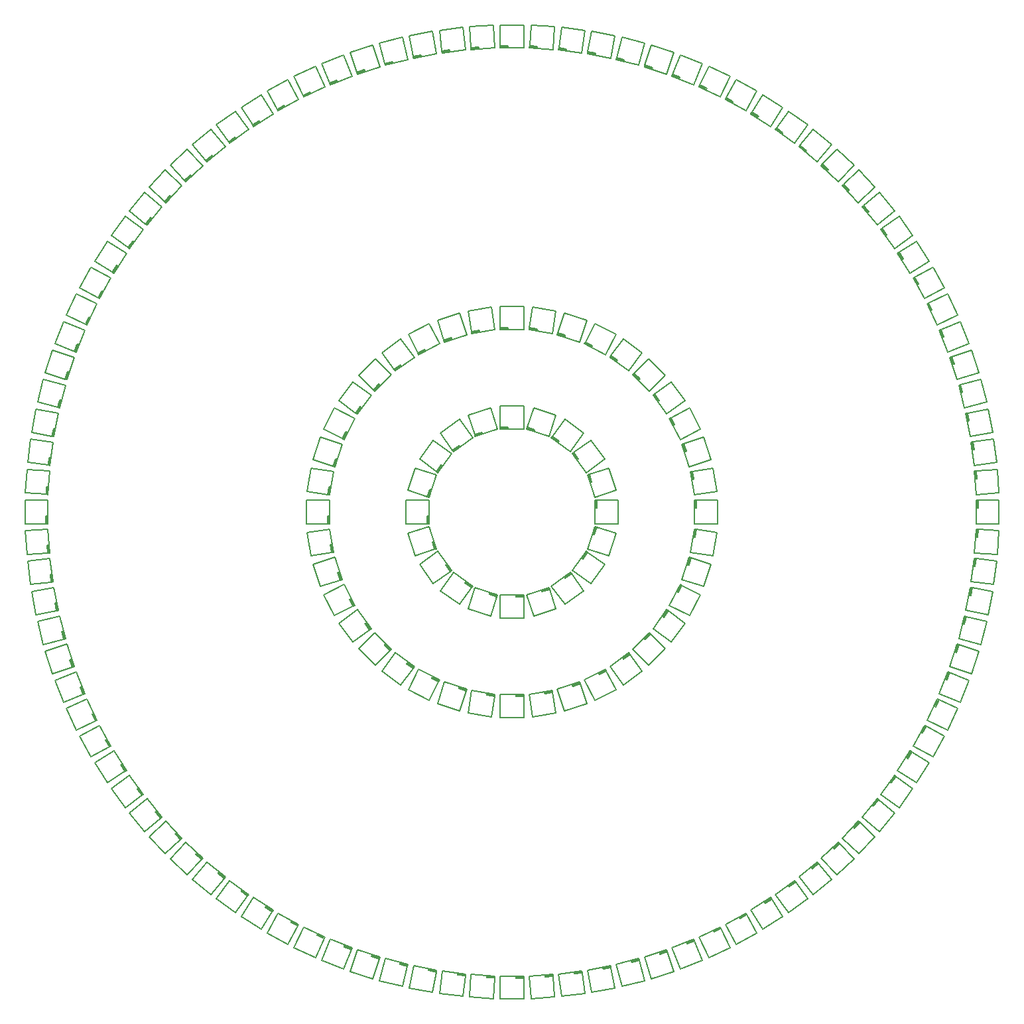
<source format=gto>
G75*
%MOIN*%
%OFA0B0*%
%FSLAX25Y25*%
%IPPOS*%
%LPD*%
%AMOC8*
5,1,8,0,0,1.08239X$1,22.5*
%
%ADD10C,0.00787*%
%ADD11C,0.00500*%
D10*
X0101977Y0099461D02*
X0110587Y0091376D01*
X0117729Y0098981D01*
X0118403Y0099699D01*
X0109793Y0107784D01*
X0101977Y0099461D01*
X0099461Y0101977D02*
X0107067Y0109119D01*
X0107784Y0109793D01*
X0099699Y0118403D01*
X0091376Y0110587D01*
X0099461Y0101977D01*
X0089016Y0113271D02*
X0097055Y0119921D01*
X0097813Y0120549D01*
X0090284Y0129649D01*
X0081487Y0122371D01*
X0089016Y0113271D01*
X0079293Y0125187D02*
X0087733Y0131319D01*
X0088530Y0131898D01*
X0081587Y0141453D01*
X0072350Y0134742D01*
X0079293Y0125187D01*
X0070354Y0137695D02*
X0079163Y0143285D01*
X0079994Y0143813D01*
X0073666Y0153785D01*
X0064026Y0147667D01*
X0070354Y0137695D01*
X0062202Y0150735D02*
X0071345Y0155761D01*
X0072208Y0156235D01*
X0066518Y0166585D01*
X0056512Y0161085D01*
X0062202Y0150735D01*
X0054899Y0164266D02*
X0064339Y0168708D01*
X0065230Y0169127D01*
X0060201Y0179814D01*
X0049870Y0174953D01*
X0054899Y0164266D01*
X0048446Y0178228D02*
X0058147Y0182068D01*
X0059062Y0182431D01*
X0054714Y0193412D01*
X0044098Y0189209D01*
X0048446Y0178228D01*
X0042896Y0192559D02*
X0052818Y0195783D01*
X0053754Y0196088D01*
X0050104Y0207321D01*
X0039246Y0203792D01*
X0042896Y0192559D01*
X0038249Y0207220D02*
X0048355Y0209815D01*
X0049308Y0210060D01*
X0046371Y0221500D01*
X0035312Y0218660D01*
X0038249Y0207220D01*
X0034529Y0222149D02*
X0044777Y0224104D01*
X0045744Y0224289D01*
X0043531Y0235891D01*
X0032316Y0233751D01*
X0034529Y0222149D01*
X0031756Y0237276D02*
X0042107Y0238583D01*
X0043084Y0238707D01*
X0041603Y0250424D01*
X0030276Y0248993D01*
X0031756Y0237276D01*
X0029943Y0252538D02*
X0040356Y0253193D01*
X0041338Y0253255D01*
X0040597Y0265042D01*
X0029202Y0264325D01*
X0029943Y0252538D01*
X0029091Y0267894D02*
X0039524Y0267894D01*
X0040509Y0267894D01*
X0040509Y0279706D01*
X0029091Y0279706D01*
X0029091Y0267894D01*
X0029202Y0283275D02*
X0039614Y0282619D01*
X0040597Y0282558D01*
X0041338Y0294345D01*
X0029943Y0295062D01*
X0029202Y0283275D01*
X0030276Y0298607D02*
X0040627Y0297299D01*
X0041603Y0297176D01*
X0043084Y0308893D01*
X0031756Y0310324D01*
X0030276Y0298607D01*
X0032316Y0313849D02*
X0042564Y0311894D01*
X0043531Y0311709D01*
X0045744Y0323311D01*
X0034529Y0325451D01*
X0032316Y0313849D01*
X0035312Y0328940D02*
X0045417Y0326345D01*
X0046371Y0326100D01*
X0049308Y0337540D01*
X0038249Y0340380D01*
X0035312Y0328940D01*
X0039246Y0343808D02*
X0049168Y0340584D01*
X0050104Y0340279D01*
X0053754Y0351512D01*
X0042896Y0355041D01*
X0039246Y0343808D01*
X0044098Y0358391D02*
X0053799Y0354550D01*
X0054714Y0354188D01*
X0059062Y0365169D01*
X0048446Y0369372D01*
X0044098Y0358391D01*
X0049870Y0372647D02*
X0059310Y0368205D01*
X0060201Y0367786D01*
X0065230Y0378473D01*
X0054899Y0383334D01*
X0049870Y0372647D01*
X0056512Y0386515D02*
X0065655Y0381489D01*
X0066518Y0381015D01*
X0072208Y0391365D01*
X0062202Y0396865D01*
X0056512Y0386515D01*
X0064026Y0399933D02*
X0072835Y0394342D01*
X0073666Y0393815D01*
X0079994Y0403787D01*
X0070354Y0409905D01*
X0064026Y0399933D01*
X0072350Y0412858D02*
X0080791Y0406725D01*
X0081587Y0406147D01*
X0088530Y0415702D01*
X0079293Y0422413D01*
X0072350Y0412858D01*
X0081487Y0425229D02*
X0089526Y0418578D01*
X0090284Y0417951D01*
X0097813Y0427051D01*
X0089016Y0434329D01*
X0081487Y0425229D01*
X0091376Y0437013D02*
X0098981Y0429871D01*
X0099699Y0429197D01*
X0107784Y0437807D01*
X0099461Y0445623D01*
X0091376Y0437013D01*
X0101977Y0448139D02*
X0109119Y0440533D01*
X0109793Y0439816D01*
X0118403Y0447901D01*
X0110587Y0456224D01*
X0101977Y0448139D01*
X0113271Y0458584D02*
X0119921Y0450545D01*
X0120549Y0449787D01*
X0129649Y0457316D01*
X0122371Y0466113D01*
X0113271Y0458584D01*
X0125187Y0468307D02*
X0131319Y0459867D01*
X0131898Y0459070D01*
X0141453Y0466013D01*
X0134742Y0475250D01*
X0125187Y0468307D01*
X0137695Y0477246D02*
X0143285Y0468437D01*
X0143813Y0467606D01*
X0153785Y0473934D01*
X0147667Y0483574D01*
X0137695Y0477246D01*
X0150735Y0485398D02*
X0155761Y0476255D01*
X0156235Y0475392D01*
X0166585Y0481082D01*
X0161085Y0491088D01*
X0150735Y0485398D01*
X0164266Y0492701D02*
X0168708Y0483261D01*
X0169127Y0482370D01*
X0179814Y0487399D01*
X0174953Y0497730D01*
X0164266Y0492701D01*
X0178228Y0499154D02*
X0182068Y0489453D01*
X0182431Y0488538D01*
X0193412Y0492886D01*
X0189209Y0503502D01*
X0178228Y0499154D01*
X0192559Y0504704D02*
X0195783Y0494782D01*
X0196088Y0493846D01*
X0207321Y0497496D01*
X0203792Y0508354D01*
X0192559Y0504704D01*
X0207220Y0509351D02*
X0209815Y0499245D01*
X0210060Y0498292D01*
X0221500Y0501229D01*
X0218660Y0512288D01*
X0207220Y0509351D01*
X0222149Y0513071D02*
X0224104Y0502823D01*
X0224289Y0501856D01*
X0235891Y0504069D01*
X0233751Y0515284D01*
X0222149Y0513071D01*
X0237276Y0515843D02*
X0238583Y0505493D01*
X0238707Y0504516D01*
X0250424Y0505997D01*
X0248993Y0517324D01*
X0237276Y0515843D01*
X0252538Y0517657D02*
X0253193Y0507244D01*
X0253255Y0506262D01*
X0265042Y0507003D01*
X0264325Y0518398D01*
X0252538Y0517657D01*
X0267894Y0518509D02*
X0267894Y0508076D01*
X0267894Y0507091D01*
X0279706Y0507091D01*
X0279706Y0518509D01*
X0267894Y0518509D01*
X0283275Y0518398D02*
X0282620Y0507986D01*
X0282558Y0507003D01*
X0294345Y0506262D01*
X0295062Y0517657D01*
X0283275Y0518398D01*
X0298607Y0517324D02*
X0297299Y0506973D01*
X0297176Y0505997D01*
X0308893Y0504516D01*
X0310324Y0515843D01*
X0298607Y0517324D01*
X0313849Y0515284D02*
X0311894Y0505036D01*
X0311709Y0504069D01*
X0323311Y0501856D01*
X0325451Y0513071D01*
X0313849Y0515284D01*
X0328940Y0512288D02*
X0326345Y0502183D01*
X0326100Y0501229D01*
X0337540Y0498292D01*
X0340380Y0509351D01*
X0328940Y0512288D01*
X0343808Y0508354D02*
X0340584Y0498432D01*
X0340279Y0497496D01*
X0351512Y0493846D01*
X0355041Y0504704D01*
X0343808Y0508354D01*
X0358391Y0503502D02*
X0354550Y0493801D01*
X0354188Y0492886D01*
X0365169Y0488538D01*
X0369372Y0499154D01*
X0358391Y0503502D01*
X0372647Y0497730D02*
X0368205Y0488290D01*
X0367786Y0487399D01*
X0378473Y0482370D01*
X0383334Y0492701D01*
X0372647Y0497730D01*
X0386515Y0491088D02*
X0381489Y0481945D01*
X0381015Y0481082D01*
X0391365Y0475392D01*
X0396865Y0485398D01*
X0386515Y0491088D01*
X0399933Y0483574D02*
X0394342Y0474765D01*
X0393815Y0473934D01*
X0403787Y0467606D01*
X0409905Y0477246D01*
X0399933Y0483574D01*
X0412858Y0475250D02*
X0406725Y0466809D01*
X0406147Y0466013D01*
X0415702Y0459070D01*
X0422413Y0468307D01*
X0412858Y0475250D01*
X0425229Y0466113D02*
X0418578Y0458074D01*
X0417951Y0457316D01*
X0427051Y0449787D01*
X0434329Y0458584D01*
X0425229Y0466113D01*
X0437013Y0456224D02*
X0429871Y0448619D01*
X0429197Y0447901D01*
X0437807Y0439816D01*
X0445623Y0448139D01*
X0437013Y0456224D01*
X0448139Y0445623D02*
X0440533Y0438481D01*
X0439816Y0437807D01*
X0447901Y0429197D01*
X0456224Y0437013D01*
X0448139Y0445623D01*
X0458584Y0434329D02*
X0450545Y0427679D01*
X0449787Y0427051D01*
X0457316Y0417951D01*
X0466113Y0425229D01*
X0458584Y0434329D01*
X0468307Y0422413D02*
X0459867Y0416281D01*
X0459070Y0415702D01*
X0466013Y0406147D01*
X0475250Y0412858D01*
X0468307Y0422413D01*
X0477246Y0409905D02*
X0468437Y0404315D01*
X0467606Y0403787D01*
X0473934Y0393815D01*
X0483574Y0399933D01*
X0477246Y0409905D01*
X0485398Y0396865D02*
X0476255Y0391839D01*
X0475392Y0391365D01*
X0481082Y0381015D01*
X0491088Y0386515D01*
X0485398Y0396865D01*
X0492701Y0383334D02*
X0483261Y0378892D01*
X0482370Y0378473D01*
X0487399Y0367786D01*
X0497730Y0372647D01*
X0492701Y0383334D01*
X0499154Y0369372D02*
X0489453Y0365532D01*
X0488538Y0365169D01*
X0492886Y0354188D01*
X0503502Y0358391D01*
X0499154Y0369372D01*
X0504704Y0355041D02*
X0494782Y0351817D01*
X0493846Y0351512D01*
X0497496Y0340279D01*
X0508354Y0343808D01*
X0504704Y0355041D01*
X0509351Y0340380D02*
X0499245Y0337785D01*
X0498292Y0337540D01*
X0501229Y0326100D01*
X0512288Y0328940D01*
X0509351Y0340380D01*
X0513071Y0325451D02*
X0502823Y0323496D01*
X0501856Y0323311D01*
X0504069Y0311709D01*
X0515284Y0313849D01*
X0513071Y0325451D01*
X0515843Y0310324D02*
X0505493Y0309017D01*
X0504516Y0308893D01*
X0505997Y0297176D01*
X0517324Y0298607D01*
X0515843Y0310324D01*
X0517657Y0295062D02*
X0507244Y0294407D01*
X0506262Y0294345D01*
X0507003Y0282558D01*
X0518398Y0283275D01*
X0517657Y0295062D01*
X0518509Y0279706D02*
X0508076Y0279706D01*
X0507091Y0279706D01*
X0507091Y0267894D01*
X0518509Y0267894D01*
X0518509Y0279706D01*
X0518398Y0264325D02*
X0507986Y0264980D01*
X0507003Y0265042D01*
X0506262Y0253255D01*
X0517657Y0252538D01*
X0518398Y0264325D01*
X0517324Y0248993D02*
X0506973Y0250301D01*
X0505997Y0250424D01*
X0504516Y0238707D01*
X0515843Y0237276D01*
X0517324Y0248993D01*
X0515284Y0233751D02*
X0505036Y0235706D01*
X0504069Y0235891D01*
X0501856Y0224289D01*
X0513071Y0222149D01*
X0515284Y0233751D01*
X0512288Y0218660D02*
X0502183Y0221255D01*
X0501229Y0221500D01*
X0498292Y0210060D01*
X0509351Y0207220D01*
X0512288Y0218660D01*
X0508354Y0203792D02*
X0498432Y0207016D01*
X0497496Y0207321D01*
X0493846Y0196088D01*
X0504704Y0192559D01*
X0508354Y0203792D01*
X0503502Y0189209D02*
X0493801Y0193050D01*
X0492886Y0193412D01*
X0488538Y0182431D01*
X0499154Y0178228D01*
X0503502Y0189209D01*
X0497730Y0174953D02*
X0488290Y0179395D01*
X0487399Y0179814D01*
X0482370Y0169127D01*
X0492701Y0164266D01*
X0497730Y0174953D01*
X0491088Y0161085D02*
X0481945Y0166111D01*
X0481082Y0166585D01*
X0475392Y0156235D01*
X0485398Y0150735D01*
X0491088Y0161085D01*
X0483574Y0147667D02*
X0474765Y0153258D01*
X0473934Y0153785D01*
X0467606Y0143813D01*
X0477246Y0137695D01*
X0483574Y0147667D01*
X0475250Y0134742D02*
X0466809Y0140875D01*
X0466013Y0141453D01*
X0459070Y0131898D01*
X0468307Y0125187D01*
X0475250Y0134742D01*
X0466113Y0122371D02*
X0458074Y0129022D01*
X0457316Y0129649D01*
X0449787Y0120549D01*
X0458584Y0113271D01*
X0466113Y0122371D01*
X0456224Y0110587D02*
X0448619Y0117729D01*
X0447901Y0118403D01*
X0439816Y0109793D01*
X0448139Y0101977D01*
X0456224Y0110587D01*
X0445623Y0099461D02*
X0438481Y0107067D01*
X0437807Y0107784D01*
X0429197Y0099699D01*
X0437013Y0091376D01*
X0445623Y0099461D01*
X0434329Y0089016D02*
X0427679Y0097055D01*
X0427051Y0097813D01*
X0417951Y0090284D01*
X0425229Y0081487D01*
X0434329Y0089016D01*
X0422413Y0079293D02*
X0416281Y0087733D01*
X0415702Y0088530D01*
X0406147Y0081587D01*
X0412858Y0072350D01*
X0422413Y0079293D01*
X0409905Y0070354D02*
X0404315Y0079163D01*
X0403787Y0079994D01*
X0393815Y0073666D01*
X0399933Y0064026D01*
X0409905Y0070354D01*
X0396865Y0062202D02*
X0391839Y0071345D01*
X0391365Y0072208D01*
X0381015Y0066518D01*
X0386515Y0056512D01*
X0396865Y0062202D01*
X0383334Y0054899D02*
X0378892Y0064339D01*
X0378473Y0065230D01*
X0367786Y0060201D01*
X0372647Y0049870D01*
X0383334Y0054899D01*
X0369372Y0048446D02*
X0365532Y0058147D01*
X0365169Y0059062D01*
X0354188Y0054714D01*
X0358391Y0044098D01*
X0369372Y0048446D01*
X0355041Y0042896D02*
X0351817Y0052818D01*
X0351512Y0053754D01*
X0340279Y0050104D01*
X0343808Y0039246D01*
X0355041Y0042896D01*
X0340380Y0038249D02*
X0337785Y0048355D01*
X0337540Y0049308D01*
X0326100Y0046371D01*
X0328940Y0035312D01*
X0340380Y0038249D01*
X0325451Y0034529D02*
X0323496Y0044777D01*
X0323311Y0045744D01*
X0311709Y0043531D01*
X0313849Y0032316D01*
X0325451Y0034529D01*
X0310324Y0031756D02*
X0309017Y0042107D01*
X0308893Y0043084D01*
X0297176Y0041603D01*
X0298607Y0030276D01*
X0310324Y0031756D01*
X0295062Y0029943D02*
X0294407Y0040356D01*
X0294345Y0041338D01*
X0282558Y0040597D01*
X0283275Y0029202D01*
X0295062Y0029943D01*
X0279706Y0029091D02*
X0279706Y0039524D01*
X0279706Y0040509D01*
X0267894Y0040509D01*
X0267894Y0029091D01*
X0279706Y0029091D01*
X0264325Y0029202D02*
X0264980Y0039614D01*
X0265042Y0040597D01*
X0253255Y0041338D01*
X0252538Y0029943D01*
X0264325Y0029202D01*
X0248993Y0030276D02*
X0250301Y0040627D01*
X0250424Y0041603D01*
X0238707Y0043084D01*
X0237276Y0031756D01*
X0248993Y0030276D01*
X0233751Y0032316D02*
X0235706Y0042564D01*
X0235891Y0043531D01*
X0224289Y0045744D01*
X0222149Y0034529D01*
X0233751Y0032316D01*
X0218660Y0035312D02*
X0221255Y0045417D01*
X0221500Y0046371D01*
X0210060Y0049308D01*
X0207220Y0038249D01*
X0218660Y0035312D01*
X0203792Y0039246D02*
X0207016Y0049168D01*
X0207321Y0050104D01*
X0196088Y0053754D01*
X0192559Y0042896D01*
X0203792Y0039246D01*
X0189209Y0044098D02*
X0193050Y0053799D01*
X0193412Y0054714D01*
X0182431Y0059062D01*
X0178228Y0048446D01*
X0189209Y0044098D01*
X0174953Y0049870D02*
X0179395Y0059310D01*
X0179814Y0060201D01*
X0169127Y0065230D01*
X0164266Y0054899D01*
X0174953Y0049870D01*
X0161085Y0056512D02*
X0166111Y0065655D01*
X0166585Y0066518D01*
X0156235Y0072208D01*
X0150735Y0062202D01*
X0161085Y0056512D01*
X0147667Y0064026D02*
X0153258Y0072835D01*
X0153785Y0073666D01*
X0143813Y0079994D01*
X0137695Y0070354D01*
X0147667Y0064026D01*
X0134742Y0072350D02*
X0140875Y0080791D01*
X0141453Y0081587D01*
X0131898Y0088530D01*
X0125187Y0079293D01*
X0134742Y0072350D01*
X0122371Y0081487D02*
X0129022Y0089526D01*
X0129649Y0090284D01*
X0120549Y0097813D01*
X0113271Y0089016D01*
X0122371Y0081487D01*
X0221646Y0184495D02*
X0232170Y0179132D01*
X0236907Y0188428D01*
X0237354Y0189305D01*
X0226830Y0194667D01*
X0221646Y0184495D01*
X0217922Y0186810D02*
X0224055Y0195251D01*
X0224633Y0196047D01*
X0215078Y0202990D01*
X0208367Y0193753D01*
X0217922Y0186810D01*
X0205039Y0196688D02*
X0212416Y0204065D01*
X0213112Y0204761D01*
X0204761Y0213112D01*
X0196688Y0205039D01*
X0205039Y0196688D01*
X0193753Y0208367D02*
X0202193Y0214499D01*
X0202990Y0215078D01*
X0196047Y0224633D01*
X0186810Y0217922D01*
X0193753Y0208367D01*
X0184495Y0221646D02*
X0193791Y0226383D01*
X0194667Y0226830D01*
X0189305Y0237354D01*
X0179132Y0232170D01*
X0184495Y0221646D01*
X0177496Y0236319D02*
X0187418Y0239543D01*
X0188354Y0239848D01*
X0184704Y0251081D01*
X0173846Y0247552D01*
X0177496Y0236319D01*
X0172785Y0251774D02*
X0183090Y0253406D01*
X0184062Y0253560D01*
X0182215Y0265226D01*
X0170938Y0263440D01*
X0172785Y0251774D01*
X0170591Y0267894D02*
X0181024Y0267894D01*
X0182009Y0267894D01*
X0182009Y0279706D01*
X0170591Y0279706D01*
X0170591Y0267894D01*
X0170938Y0284160D02*
X0181242Y0282528D01*
X0182215Y0282374D01*
X0184062Y0294040D01*
X0172785Y0295826D01*
X0170938Y0284160D01*
X0173846Y0300048D02*
X0183768Y0296824D01*
X0184704Y0296519D01*
X0188354Y0307752D01*
X0177496Y0311281D01*
X0173846Y0300048D01*
X0179132Y0315430D02*
X0188428Y0310693D01*
X0189305Y0310246D01*
X0194667Y0320770D01*
X0184495Y0325954D01*
X0179132Y0315430D01*
X0186810Y0329678D02*
X0195251Y0323545D01*
X0196047Y0322967D01*
X0202990Y0332522D01*
X0193753Y0339233D01*
X0186810Y0329678D01*
X0196688Y0342561D02*
X0204065Y0335184D01*
X0204761Y0334488D01*
X0213112Y0342839D01*
X0205039Y0350912D01*
X0196688Y0342561D01*
X0208367Y0353847D02*
X0214499Y0345407D01*
X0215078Y0344610D01*
X0224633Y0351553D01*
X0217922Y0360790D01*
X0208367Y0353847D01*
X0221646Y0363105D02*
X0226383Y0353809D01*
X0226830Y0352932D01*
X0237354Y0358295D01*
X0232170Y0368467D01*
X0221646Y0363105D01*
X0236319Y0370104D02*
X0239543Y0360182D01*
X0239848Y0359246D01*
X0251081Y0362896D01*
X0247552Y0373754D01*
X0236319Y0370104D01*
X0251774Y0374815D02*
X0253406Y0364510D01*
X0253560Y0363538D01*
X0265226Y0365385D01*
X0263440Y0376662D01*
X0251774Y0374815D01*
X0267894Y0377009D02*
X0267894Y0366576D01*
X0267894Y0365591D01*
X0279706Y0365591D01*
X0279706Y0377009D01*
X0267894Y0377009D01*
X0284160Y0376662D02*
X0282528Y0366358D01*
X0282374Y0365385D01*
X0294040Y0363538D01*
X0295826Y0374815D01*
X0284160Y0376662D01*
X0300048Y0373754D02*
X0296824Y0363832D01*
X0296519Y0362896D01*
X0307752Y0359246D01*
X0311281Y0370104D01*
X0300048Y0373754D01*
X0315430Y0368467D02*
X0310693Y0359172D01*
X0310246Y0358295D01*
X0320770Y0352932D01*
X0325954Y0363105D01*
X0315430Y0368467D01*
X0329678Y0360790D02*
X0323545Y0352349D01*
X0322967Y0351553D01*
X0332522Y0344610D01*
X0339233Y0353847D01*
X0329678Y0360790D01*
X0342561Y0350912D02*
X0335184Y0343535D01*
X0334488Y0342839D01*
X0342839Y0334488D01*
X0350912Y0342561D01*
X0342561Y0350912D01*
X0353847Y0339233D02*
X0345407Y0333101D01*
X0344610Y0332522D01*
X0351553Y0322967D01*
X0360790Y0329678D01*
X0353847Y0339233D01*
X0363105Y0325954D02*
X0353809Y0321217D01*
X0352932Y0320770D01*
X0358295Y0310246D01*
X0368467Y0315430D01*
X0363105Y0325954D01*
X0370104Y0311281D02*
X0360182Y0308057D01*
X0359246Y0307752D01*
X0362896Y0296519D01*
X0373754Y0300048D01*
X0370104Y0311281D01*
X0374815Y0295826D02*
X0364510Y0294194D01*
X0363538Y0294040D01*
X0365385Y0282374D01*
X0376662Y0284160D01*
X0374815Y0295826D01*
X0377009Y0279706D02*
X0366576Y0279706D01*
X0365591Y0279706D01*
X0365591Y0267894D01*
X0377009Y0267894D01*
X0377009Y0279706D01*
X0376662Y0263440D02*
X0366358Y0265072D01*
X0365385Y0265226D01*
X0363538Y0253560D01*
X0374815Y0251774D01*
X0376662Y0263440D01*
X0373754Y0247552D02*
X0363832Y0250776D01*
X0362896Y0251081D01*
X0359246Y0239848D01*
X0370104Y0236319D01*
X0373754Y0247552D01*
X0368467Y0232170D02*
X0359172Y0236907D01*
X0358295Y0237354D01*
X0352932Y0226830D01*
X0363105Y0221646D01*
X0368467Y0232170D01*
X0360790Y0217922D02*
X0352349Y0224055D01*
X0351553Y0224633D01*
X0344610Y0215078D01*
X0353847Y0208367D01*
X0360790Y0217922D01*
X0350912Y0205039D02*
X0343535Y0212416D01*
X0342839Y0213112D01*
X0334488Y0204761D01*
X0342561Y0196688D01*
X0350912Y0205039D01*
X0339233Y0193753D02*
X0333101Y0202193D01*
X0332522Y0202990D01*
X0322967Y0196047D01*
X0329678Y0186810D01*
X0339233Y0193753D01*
X0325954Y0184495D02*
X0321217Y0193791D01*
X0320770Y0194667D01*
X0310246Y0189305D01*
X0315430Y0179132D01*
X0325954Y0184495D01*
X0311281Y0177496D02*
X0308057Y0187418D01*
X0307752Y0188354D01*
X0296519Y0184704D01*
X0300048Y0173846D01*
X0311281Y0177496D01*
X0295826Y0172785D02*
X0294194Y0183090D01*
X0294040Y0184062D01*
X0282374Y0182215D01*
X0284160Y0170938D01*
X0295826Y0172785D01*
X0279706Y0170591D02*
X0279706Y0181024D01*
X0279706Y0182009D01*
X0267894Y0182009D01*
X0267894Y0170591D01*
X0279706Y0170591D01*
X0263440Y0170938D02*
X0265072Y0181242D01*
X0265226Y0182215D01*
X0253560Y0184062D01*
X0251774Y0172785D01*
X0263440Y0170938D01*
X0247552Y0173846D02*
X0250776Y0183768D01*
X0251081Y0184704D01*
X0239848Y0188354D01*
X0236319Y0177496D01*
X0247552Y0173846D01*
X0262952Y0221346D02*
X0266176Y0231268D01*
X0266481Y0232204D01*
X0255248Y0235854D01*
X0251719Y0224996D01*
X0262952Y0221346D01*
X0267894Y0220591D02*
X0279706Y0220591D01*
X0279706Y0231024D01*
X0279706Y0232009D01*
X0267894Y0232009D01*
X0267894Y0220591D01*
X0284648Y0221346D02*
X0295881Y0224996D01*
X0292657Y0234918D01*
X0292352Y0235854D01*
X0281119Y0232204D01*
X0284648Y0221346D01*
X0300278Y0227310D02*
X0293567Y0236547D01*
X0303122Y0243490D01*
X0303701Y0242693D01*
X0309833Y0234253D01*
X0300278Y0227310D01*
X0313347Y0237767D02*
X0304110Y0244478D01*
X0311053Y0254033D01*
X0311849Y0253455D01*
X0320290Y0247322D01*
X0313347Y0237767D01*
X0322604Y0251719D02*
X0326254Y0262952D01*
X0316332Y0266176D01*
X0315396Y0266481D01*
X0311746Y0255248D01*
X0322604Y0251719D01*
X0327009Y0267894D02*
X0315591Y0267894D01*
X0315591Y0279706D01*
X0316576Y0279706D01*
X0327009Y0279706D01*
X0327009Y0267894D01*
X0326254Y0284648D02*
X0315396Y0281119D01*
X0311746Y0292352D01*
X0312682Y0292657D01*
X0322604Y0295881D01*
X0326254Y0284648D01*
X0320290Y0300278D02*
X0313347Y0309833D01*
X0304907Y0303701D01*
X0304110Y0303122D01*
X0311053Y0293567D01*
X0320290Y0300278D01*
X0309833Y0313347D02*
X0300278Y0320290D01*
X0294145Y0311849D01*
X0293567Y0311053D01*
X0303122Y0304110D01*
X0309833Y0313347D01*
X0295881Y0322604D02*
X0284648Y0326254D01*
X0281424Y0316332D01*
X0281119Y0315396D01*
X0292352Y0311746D01*
X0295881Y0322604D01*
X0279706Y0327009D02*
X0279706Y0315591D01*
X0267894Y0315591D01*
X0267894Y0316576D01*
X0267894Y0327009D01*
X0279706Y0327009D01*
X0262952Y0326254D02*
X0266481Y0315396D01*
X0255248Y0311746D01*
X0254943Y0312682D01*
X0251719Y0322604D01*
X0262952Y0326254D01*
X0247322Y0320290D02*
X0254033Y0311053D01*
X0244478Y0304110D01*
X0243899Y0304907D01*
X0237767Y0313347D01*
X0247322Y0320290D01*
X0234253Y0309833D02*
X0243490Y0303122D01*
X0236547Y0293567D01*
X0235751Y0294145D01*
X0227310Y0300278D01*
X0234253Y0309833D01*
X0224996Y0295881D02*
X0221346Y0284648D01*
X0231268Y0281424D01*
X0232204Y0281119D01*
X0235854Y0292352D01*
X0224996Y0295881D01*
X0220591Y0279706D02*
X0220591Y0267894D01*
X0231024Y0267894D01*
X0232009Y0267894D01*
X0232009Y0279706D01*
X0220591Y0279706D01*
X0221346Y0262952D02*
X0224996Y0251719D01*
X0234918Y0254943D01*
X0235854Y0255248D01*
X0232204Y0266481D01*
X0221346Y0262952D01*
X0227310Y0247322D02*
X0234253Y0237767D01*
X0242693Y0243899D01*
X0243490Y0244478D01*
X0236547Y0254033D01*
X0227310Y0247322D01*
X0237767Y0234253D02*
X0247322Y0227310D01*
X0253455Y0235751D01*
X0254033Y0236547D01*
X0244478Y0243490D01*
X0237767Y0234253D01*
D11*
X0242693Y0243899D02*
X0240379Y0247084D01*
X0240698Y0247316D01*
X0241016Y0247547D01*
X0243330Y0244362D01*
X0242693Y0243899D01*
X0242780Y0244449D02*
X0240698Y0247316D01*
X0235667Y0255187D02*
X0234918Y0254943D01*
X0233701Y0258688D01*
X0234076Y0258809D01*
X0234450Y0258931D01*
X0235667Y0255187D01*
X0235171Y0255440D02*
X0234076Y0258809D01*
X0231812Y0267894D02*
X0231024Y0267894D01*
X0231024Y0271831D01*
X0231418Y0271831D01*
X0231812Y0271831D01*
X0231812Y0267894D01*
X0231418Y0268288D02*
X0231418Y0271831D01*
X0232017Y0281180D02*
X0231268Y0281424D01*
X0232485Y0285168D01*
X0232859Y0285046D01*
X0233234Y0284925D01*
X0232017Y0281180D01*
X0231764Y0281676D02*
X0232859Y0285046D01*
X0236388Y0293683D02*
X0235751Y0294145D01*
X0238065Y0297330D01*
X0238384Y0297099D01*
X0238702Y0296868D01*
X0236388Y0293683D01*
X0236301Y0294232D02*
X0238384Y0297099D01*
X0244362Y0304270D02*
X0243899Y0304907D01*
X0247084Y0307221D01*
X0247316Y0306902D01*
X0247547Y0306584D01*
X0244362Y0304270D01*
X0244449Y0304820D02*
X0247316Y0306902D01*
X0255187Y0311933D02*
X0254943Y0312682D01*
X0258688Y0313899D01*
X0258809Y0313524D01*
X0258931Y0313150D01*
X0255187Y0311933D01*
X0255440Y0312429D02*
X0258809Y0313524D01*
X0267894Y0315788D02*
X0267894Y0316576D01*
X0271831Y0316576D01*
X0271831Y0316182D01*
X0271831Y0315788D01*
X0267894Y0315788D01*
X0268288Y0316182D02*
X0271831Y0316182D01*
X0281180Y0315583D02*
X0281424Y0316332D01*
X0285168Y0315115D01*
X0285046Y0314741D01*
X0284925Y0314366D01*
X0281180Y0315583D01*
X0281676Y0315836D02*
X0285046Y0314741D01*
X0293683Y0311212D02*
X0294145Y0311849D01*
X0297330Y0309535D01*
X0297099Y0309216D01*
X0296868Y0308898D01*
X0293683Y0311212D01*
X0294232Y0311299D02*
X0297099Y0309216D01*
X0304270Y0303238D02*
X0304907Y0303701D01*
X0307221Y0300516D01*
X0306902Y0300284D01*
X0306584Y0300053D01*
X0304270Y0303238D01*
X0304820Y0303151D02*
X0306902Y0300284D01*
X0311933Y0292413D02*
X0312682Y0292657D01*
X0313899Y0288912D01*
X0313524Y0288791D01*
X0313150Y0288669D01*
X0311933Y0292413D01*
X0312429Y0292160D02*
X0313524Y0288791D01*
X0315788Y0279706D02*
X0316576Y0279706D01*
X0316576Y0275769D01*
X0316182Y0275769D01*
X0315788Y0275769D01*
X0315788Y0279706D01*
X0316182Y0279312D02*
X0316182Y0275769D01*
X0315583Y0266420D02*
X0316332Y0266176D01*
X0315115Y0262432D01*
X0314741Y0262554D01*
X0314366Y0262675D01*
X0315583Y0266420D01*
X0315836Y0265924D02*
X0314741Y0262554D01*
X0311212Y0253917D02*
X0311849Y0253455D01*
X0309535Y0250269D01*
X0309216Y0250501D01*
X0308898Y0250732D01*
X0311212Y0253917D01*
X0311299Y0253367D02*
X0309216Y0250501D01*
X0303238Y0243330D02*
X0303701Y0242693D01*
X0300516Y0240379D01*
X0300284Y0240698D01*
X0300053Y0241016D01*
X0303238Y0243330D01*
X0303151Y0242780D02*
X0300284Y0240698D01*
X0292413Y0235667D02*
X0292657Y0234918D01*
X0288912Y0233701D01*
X0288791Y0234076D01*
X0288669Y0234450D01*
X0292413Y0235667D01*
X0292160Y0235171D02*
X0288791Y0234076D01*
X0279706Y0231812D02*
X0279706Y0231024D01*
X0275769Y0231024D01*
X0275769Y0231418D01*
X0275769Y0231812D01*
X0279706Y0231812D01*
X0279312Y0231418D02*
X0275769Y0231418D01*
X0266420Y0232017D02*
X0266176Y0231268D01*
X0262432Y0232485D01*
X0262554Y0232859D01*
X0262675Y0233234D01*
X0266420Y0232017D01*
X0265924Y0231764D02*
X0262554Y0232859D01*
X0253917Y0236388D02*
X0253455Y0235751D01*
X0250269Y0238065D01*
X0250501Y0238384D01*
X0250732Y0238702D01*
X0253917Y0236388D01*
X0253367Y0236301D02*
X0250501Y0238384D01*
X0221332Y0198202D02*
X0224517Y0195888D01*
X0224055Y0195251D01*
X0220869Y0197565D01*
X0221101Y0197884D01*
X0221332Y0198202D01*
X0221101Y0197884D02*
X0223967Y0195801D01*
X0233756Y0190917D02*
X0237264Y0189130D01*
X0236907Y0188428D01*
X0233399Y0190216D01*
X0233578Y0190567D01*
X0233756Y0190917D01*
X0233578Y0190567D02*
X0236735Y0188958D01*
X0247275Y0185734D02*
X0251020Y0184517D01*
X0250776Y0183768D01*
X0247032Y0184985D01*
X0247154Y0185359D01*
X0247275Y0185734D01*
X0247154Y0185359D02*
X0250524Y0184264D01*
X0261306Y0182636D02*
X0265195Y0182020D01*
X0265072Y0181242D01*
X0261183Y0181858D01*
X0261245Y0182247D01*
X0261306Y0182636D01*
X0261245Y0182247D02*
X0264745Y0181693D01*
X0275769Y0181812D02*
X0279706Y0181812D01*
X0279706Y0181024D01*
X0275769Y0181024D01*
X0275769Y0181418D01*
X0275769Y0181812D01*
X0275769Y0181418D02*
X0279312Y0181418D01*
X0290182Y0183252D02*
X0294071Y0183868D01*
X0294194Y0183090D01*
X0290305Y0182474D01*
X0290244Y0182863D01*
X0290182Y0183252D01*
X0290244Y0182863D02*
X0293743Y0183417D01*
X0304069Y0186950D02*
X0307813Y0188167D01*
X0308057Y0187418D01*
X0304312Y0186201D01*
X0304191Y0186576D01*
X0304069Y0186950D01*
X0304191Y0186576D02*
X0307560Y0187671D01*
X0317352Y0192705D02*
X0320860Y0194492D01*
X0321217Y0193791D01*
X0317709Y0192003D01*
X0317530Y0192354D01*
X0317352Y0192705D01*
X0317530Y0192354D02*
X0320687Y0193963D01*
X0329453Y0200516D02*
X0332638Y0202830D01*
X0333101Y0202193D01*
X0329916Y0199879D01*
X0329684Y0200198D01*
X0329453Y0200516D01*
X0329684Y0200198D02*
X0332551Y0202280D01*
X0340195Y0210189D02*
X0342978Y0212973D01*
X0343535Y0212416D01*
X0340751Y0209633D01*
X0340473Y0209911D01*
X0340195Y0210189D01*
X0340473Y0209911D02*
X0342978Y0212416D01*
X0349398Y0221332D02*
X0351712Y0224517D01*
X0352349Y0224055D01*
X0350035Y0220869D01*
X0349716Y0221101D01*
X0349398Y0221332D01*
X0349716Y0221101D02*
X0351799Y0223967D01*
X0356683Y0233756D02*
X0358470Y0237264D01*
X0359172Y0236907D01*
X0357384Y0233399D01*
X0357033Y0233578D01*
X0356683Y0233756D01*
X0357033Y0233578D02*
X0358642Y0236735D01*
X0361866Y0247275D02*
X0363083Y0251020D01*
X0363832Y0250776D01*
X0362615Y0247032D01*
X0362241Y0247154D01*
X0361866Y0247275D01*
X0362241Y0247154D02*
X0363336Y0250524D01*
X0364964Y0261306D02*
X0365580Y0265195D01*
X0366358Y0265072D01*
X0365742Y0261183D01*
X0365353Y0261245D01*
X0364964Y0261306D01*
X0365353Y0261245D02*
X0365907Y0264745D01*
X0365788Y0275769D02*
X0365788Y0279706D01*
X0366576Y0279706D01*
X0366576Y0275769D01*
X0366182Y0275769D01*
X0365788Y0275769D01*
X0366182Y0275769D02*
X0366182Y0279312D01*
X0364348Y0290182D02*
X0363732Y0294071D01*
X0364510Y0294194D01*
X0365126Y0290305D01*
X0364737Y0290244D01*
X0364348Y0290182D01*
X0364737Y0290244D02*
X0364183Y0293743D01*
X0360650Y0304069D02*
X0359433Y0307813D01*
X0360182Y0308057D01*
X0361399Y0304312D01*
X0361024Y0304191D01*
X0360650Y0304069D01*
X0361024Y0304191D02*
X0359929Y0307560D01*
X0354895Y0317352D02*
X0353108Y0320860D01*
X0353809Y0321217D01*
X0355597Y0317709D01*
X0355246Y0317530D01*
X0354895Y0317352D01*
X0355246Y0317530D02*
X0353637Y0320687D01*
X0347084Y0329453D02*
X0344770Y0332638D01*
X0345407Y0333101D01*
X0347721Y0329916D01*
X0347402Y0329684D01*
X0347084Y0329453D01*
X0347402Y0329684D02*
X0345320Y0332551D01*
X0337411Y0340195D02*
X0334627Y0342978D01*
X0335184Y0343535D01*
X0337967Y0340751D01*
X0337689Y0340473D01*
X0337411Y0340195D01*
X0337689Y0340473D02*
X0335184Y0342978D01*
X0326268Y0349398D02*
X0323083Y0351712D01*
X0323545Y0352349D01*
X0326730Y0350035D01*
X0326499Y0349716D01*
X0326268Y0349398D01*
X0326499Y0349716D02*
X0323632Y0351799D01*
X0313844Y0356683D02*
X0310336Y0358470D01*
X0310693Y0359172D01*
X0314201Y0357384D01*
X0314022Y0357033D01*
X0313844Y0356683D01*
X0314022Y0357033D02*
X0310865Y0358642D01*
X0300325Y0361866D02*
X0296580Y0363083D01*
X0296824Y0363832D01*
X0300568Y0362615D01*
X0300446Y0362241D01*
X0300325Y0361866D01*
X0300446Y0362241D02*
X0297076Y0363336D01*
X0286293Y0364964D02*
X0282405Y0365580D01*
X0282528Y0366358D01*
X0286417Y0365742D01*
X0286355Y0365353D01*
X0286293Y0364964D01*
X0286355Y0365353D02*
X0282855Y0365907D01*
X0271831Y0365788D02*
X0267894Y0365788D01*
X0267894Y0366576D01*
X0271831Y0366576D01*
X0271831Y0366182D01*
X0271831Y0365788D01*
X0271831Y0366182D02*
X0268288Y0366182D01*
X0257418Y0364348D02*
X0253529Y0363732D01*
X0253406Y0364510D01*
X0257295Y0365126D01*
X0257356Y0364737D01*
X0257418Y0364348D01*
X0257356Y0364737D02*
X0253857Y0364183D01*
X0243531Y0360650D02*
X0239787Y0359433D01*
X0239543Y0360182D01*
X0243288Y0361399D01*
X0243409Y0361024D01*
X0243531Y0360650D01*
X0243409Y0361024D02*
X0240040Y0359929D01*
X0230248Y0354895D02*
X0226740Y0353108D01*
X0226383Y0353809D01*
X0229891Y0355597D01*
X0230070Y0355246D01*
X0230248Y0354895D01*
X0230070Y0355246D02*
X0226913Y0353637D01*
X0218147Y0347084D02*
X0214962Y0344770D01*
X0214499Y0345407D01*
X0217684Y0347721D01*
X0217916Y0347402D01*
X0218147Y0347084D01*
X0217916Y0347402D02*
X0215049Y0345320D01*
X0207405Y0337411D02*
X0204622Y0334627D01*
X0204065Y0335184D01*
X0206849Y0337967D01*
X0207127Y0337689D01*
X0207405Y0337411D01*
X0207127Y0337689D02*
X0204622Y0335184D01*
X0198202Y0326268D02*
X0195888Y0323083D01*
X0195251Y0323545D01*
X0197565Y0326730D01*
X0197884Y0326499D01*
X0198202Y0326268D01*
X0197884Y0326499D02*
X0195801Y0323632D01*
X0190917Y0313844D02*
X0189130Y0310336D01*
X0188428Y0310693D01*
X0190216Y0314201D01*
X0190567Y0314022D01*
X0190917Y0313844D01*
X0190567Y0314022D02*
X0188958Y0310865D01*
X0185734Y0300325D02*
X0184517Y0296580D01*
X0183768Y0296824D01*
X0184985Y0300568D01*
X0185359Y0300446D01*
X0185734Y0300325D01*
X0185359Y0300446D02*
X0184264Y0297076D01*
X0182636Y0286293D02*
X0182020Y0282405D01*
X0181242Y0282528D01*
X0181858Y0286417D01*
X0182247Y0286355D01*
X0182636Y0286293D01*
X0182247Y0286355D02*
X0181693Y0282855D01*
X0181812Y0271831D02*
X0181812Y0267894D01*
X0181024Y0267894D01*
X0181024Y0271831D01*
X0181418Y0271831D01*
X0181812Y0271831D01*
X0181418Y0271831D02*
X0181418Y0268288D01*
X0183252Y0257418D02*
X0183868Y0253529D01*
X0183090Y0253406D01*
X0182474Y0257295D01*
X0182863Y0257356D01*
X0183252Y0257418D01*
X0182863Y0257356D02*
X0183417Y0253857D01*
X0186950Y0243531D02*
X0188167Y0239787D01*
X0187418Y0239543D01*
X0186201Y0243288D01*
X0186576Y0243409D01*
X0186950Y0243531D01*
X0186576Y0243409D02*
X0187671Y0240040D01*
X0192705Y0230248D02*
X0194492Y0226740D01*
X0193791Y0226383D01*
X0192003Y0229891D01*
X0192354Y0230070D01*
X0192705Y0230248D01*
X0192354Y0230070D02*
X0193963Y0226913D01*
X0200516Y0218147D02*
X0202830Y0214962D01*
X0202193Y0214499D01*
X0199879Y0217684D01*
X0200198Y0217916D01*
X0200516Y0218147D01*
X0200198Y0217916D02*
X0202280Y0215049D01*
X0210189Y0207405D02*
X0212973Y0204622D01*
X0212416Y0204065D01*
X0209633Y0206849D01*
X0209911Y0207127D01*
X0210189Y0207405D01*
X0209911Y0207127D02*
X0212416Y0204622D01*
X0115398Y0102250D02*
X0118268Y0099555D01*
X0117729Y0098981D01*
X0114859Y0101676D01*
X0115129Y0101963D01*
X0115398Y0102250D01*
X0115129Y0101963D02*
X0117712Y0099538D01*
X0126239Y0092339D02*
X0125988Y0092035D01*
X0129022Y0089526D01*
X0129524Y0090133D01*
X0126490Y0092642D01*
X0126239Y0092339D01*
X0128969Y0090080D01*
X0137921Y0083424D02*
X0140788Y0081341D01*
X0141337Y0081428D02*
X0140875Y0080791D01*
X0137689Y0083105D01*
X0137921Y0083424D01*
X0138152Y0083742D01*
X0141337Y0081428D01*
X0150355Y0075609D02*
X0153680Y0073499D01*
X0153258Y0072835D01*
X0149934Y0074944D01*
X0150144Y0075277D01*
X0150355Y0075609D01*
X0150144Y0075277D02*
X0153136Y0073378D01*
X0162851Y0067897D02*
X0162661Y0067552D01*
X0166111Y0065655D01*
X0166490Y0066345D01*
X0163040Y0068242D01*
X0162851Y0067897D01*
X0165956Y0066190D01*
X0176000Y0061343D02*
X0179206Y0059834D01*
X0179395Y0059310D02*
X0175833Y0060987D01*
X0176000Y0061343D01*
X0176168Y0061699D01*
X0179730Y0060023D01*
X0179395Y0059310D01*
X0189389Y0055248D02*
X0189534Y0055614D01*
X0189679Y0055980D01*
X0193340Y0054531D01*
X0193050Y0053799D01*
X0189389Y0055248D01*
X0189534Y0055614D02*
X0192829Y0054310D01*
X0203394Y0050759D02*
X0203272Y0050385D01*
X0207016Y0049168D01*
X0207260Y0049917D01*
X0203515Y0051134D01*
X0203394Y0050759D01*
X0206764Y0049664D01*
X0217539Y0046778D02*
X0217442Y0046396D01*
X0221255Y0045417D01*
X0221451Y0046180D01*
X0217637Y0047159D01*
X0217539Y0046778D01*
X0220971Y0045897D01*
X0231913Y0043689D02*
X0231839Y0043302D01*
X0235706Y0042564D01*
X0235854Y0043338D01*
X0231986Y0044075D01*
X0231913Y0043689D01*
X0235393Y0043025D01*
X0246444Y0041511D02*
X0246395Y0041120D01*
X0250301Y0040627D01*
X0250400Y0041408D01*
X0246494Y0041902D01*
X0246444Y0041511D01*
X0249960Y0041067D01*
X0261076Y0040254D02*
X0261051Y0039861D01*
X0264980Y0039614D01*
X0265030Y0040400D01*
X0261101Y0040647D01*
X0261076Y0040254D01*
X0264612Y0040032D01*
X0275769Y0039918D02*
X0275769Y0039524D01*
X0279706Y0039524D01*
X0279706Y0040312D01*
X0275769Y0040312D01*
X0275769Y0039918D01*
X0279312Y0039918D01*
X0290453Y0040502D02*
X0290478Y0040109D01*
X0294407Y0040356D01*
X0294358Y0041142D01*
X0290429Y0040895D01*
X0290453Y0040502D01*
X0293990Y0040724D01*
X0305062Y0042004D02*
X0305111Y0041614D01*
X0309017Y0042107D01*
X0308918Y0042888D01*
X0305012Y0042395D01*
X0305062Y0042004D01*
X0308577Y0042449D01*
X0319555Y0044426D02*
X0319628Y0044040D01*
X0323496Y0044777D01*
X0323348Y0045551D01*
X0319481Y0044813D01*
X0319555Y0044426D01*
X0323035Y0045090D01*
X0333874Y0047757D02*
X0333972Y0047376D01*
X0337785Y0048355D01*
X0337589Y0049117D01*
X0333776Y0048138D01*
X0333874Y0047757D01*
X0337306Y0048638D01*
X0347951Y0051976D02*
X0348072Y0051601D01*
X0351817Y0052818D01*
X0351573Y0053567D01*
X0347829Y0052350D01*
X0347951Y0051976D01*
X0351320Y0053071D01*
X0361726Y0057063D02*
X0361871Y0056697D01*
X0365532Y0058147D01*
X0365242Y0058879D01*
X0361581Y0057429D01*
X0361726Y0057063D01*
X0365021Y0058368D01*
X0375162Y0063019D02*
X0375330Y0062663D01*
X0378892Y0064339D01*
X0378557Y0065052D01*
X0374994Y0063375D01*
X0375162Y0063019D01*
X0378368Y0064528D01*
X0388199Y0069793D02*
X0388389Y0069448D01*
X0391839Y0071345D01*
X0391460Y0072035D01*
X0388010Y0070138D01*
X0388199Y0069793D01*
X0391304Y0071500D01*
X0400780Y0077386D02*
X0400991Y0077054D01*
X0404315Y0079163D01*
X0403893Y0079828D01*
X0400569Y0077719D01*
X0400780Y0077386D01*
X0403771Y0079285D01*
X0412864Y0085738D02*
X0415731Y0087820D01*
X0415818Y0088370D02*
X0416281Y0087733D01*
X0413096Y0085419D01*
X0412864Y0085738D01*
X0412633Y0086056D01*
X0415818Y0088370D01*
X0424143Y0095152D02*
X0427177Y0097661D01*
X0427679Y0097055D01*
X0424645Y0094545D01*
X0424394Y0094848D01*
X0424143Y0095152D01*
X0424394Y0094848D02*
X0427125Y0097107D01*
X0435341Y0104658D02*
X0435611Y0104371D01*
X0438481Y0107067D01*
X0437942Y0107641D01*
X0435072Y0104945D01*
X0435341Y0104658D01*
X0437924Y0107084D01*
X0445637Y0115129D02*
X0445924Y0114859D01*
X0448619Y0117729D01*
X0448045Y0118268D01*
X0445350Y0115398D01*
X0445637Y0115129D01*
X0448062Y0117712D01*
X0455261Y0126239D02*
X0455565Y0125988D01*
X0458074Y0129022D01*
X0457467Y0129524D01*
X0454958Y0126490D01*
X0455261Y0126239D01*
X0457520Y0128969D01*
X0464176Y0137921D02*
X0464495Y0137689D01*
X0466809Y0140875D01*
X0466172Y0141337D01*
X0463858Y0138152D01*
X0464176Y0137921D01*
X0466259Y0140788D01*
X0472323Y0150144D02*
X0472656Y0149934D01*
X0474765Y0153258D01*
X0474101Y0153680D01*
X0471991Y0150355D01*
X0472323Y0150144D01*
X0474222Y0153136D01*
X0479703Y0162851D02*
X0480048Y0162661D01*
X0481945Y0166111D01*
X0481255Y0166490D01*
X0479358Y0163040D01*
X0479703Y0162851D01*
X0481410Y0165956D01*
X0486257Y0176000D02*
X0486613Y0175833D01*
X0488290Y0179395D01*
X0487577Y0179730D01*
X0485901Y0176168D01*
X0486257Y0176000D01*
X0487766Y0179206D01*
X0491986Y0189534D02*
X0492352Y0189389D01*
X0493801Y0193050D01*
X0493069Y0193340D01*
X0491620Y0189679D01*
X0491986Y0189534D01*
X0493290Y0192829D01*
X0496841Y0203394D02*
X0497215Y0203272D01*
X0498432Y0207016D01*
X0497683Y0207260D01*
X0496466Y0203515D01*
X0496841Y0203394D01*
X0497936Y0206764D01*
X0500822Y0217539D02*
X0501204Y0217442D01*
X0502183Y0221255D01*
X0501420Y0221451D01*
X0500441Y0217637D01*
X0500822Y0217539D01*
X0501703Y0220971D01*
X0503911Y0231913D02*
X0503525Y0231986D01*
X0504262Y0235854D01*
X0505036Y0235706D01*
X0504298Y0231839D01*
X0503911Y0231913D01*
X0504575Y0235393D01*
X0506089Y0246444D02*
X0506480Y0246395D01*
X0506973Y0250301D01*
X0506192Y0250400D01*
X0505698Y0246494D01*
X0506089Y0246444D01*
X0506533Y0249960D01*
X0507346Y0261076D02*
X0507739Y0261051D01*
X0507986Y0264980D01*
X0507200Y0265030D01*
X0506953Y0261101D01*
X0507346Y0261076D01*
X0507568Y0264612D01*
X0507682Y0275769D02*
X0508076Y0275769D01*
X0508076Y0279706D01*
X0507288Y0279706D01*
X0507288Y0275769D01*
X0507682Y0275769D01*
X0507682Y0279312D01*
X0507098Y0290453D02*
X0507491Y0290478D01*
X0507244Y0294407D01*
X0506458Y0294358D01*
X0506705Y0290429D01*
X0507098Y0290453D01*
X0506876Y0293990D01*
X0505596Y0305062D02*
X0505986Y0305111D01*
X0505493Y0309017D01*
X0504711Y0308918D01*
X0505205Y0305012D01*
X0505596Y0305062D01*
X0505151Y0308577D01*
X0503174Y0319555D02*
X0503560Y0319628D01*
X0502823Y0323496D01*
X0502049Y0323348D01*
X0502787Y0319481D01*
X0503174Y0319555D01*
X0502510Y0323035D01*
X0499843Y0333874D02*
X0500224Y0333972D01*
X0499245Y0337785D01*
X0498483Y0337589D01*
X0499462Y0333776D01*
X0499843Y0333874D01*
X0498962Y0337306D01*
X0495624Y0347951D02*
X0495999Y0348072D01*
X0494782Y0351817D01*
X0494033Y0351573D01*
X0495250Y0347829D01*
X0495624Y0347951D01*
X0494529Y0351320D01*
X0490537Y0361726D02*
X0490903Y0361871D01*
X0489453Y0365532D01*
X0488721Y0365242D01*
X0490171Y0361581D01*
X0490537Y0361726D01*
X0489232Y0365021D01*
X0484581Y0375162D02*
X0484937Y0375330D01*
X0483261Y0378892D01*
X0482548Y0378557D01*
X0484225Y0374994D01*
X0484581Y0375162D01*
X0483072Y0378368D01*
X0477807Y0388199D02*
X0478152Y0388389D01*
X0476255Y0391839D01*
X0475565Y0391460D01*
X0477462Y0388010D01*
X0477807Y0388199D01*
X0476100Y0391304D01*
X0470214Y0400780D02*
X0470546Y0400991D01*
X0468437Y0404315D01*
X0467772Y0403893D01*
X0469881Y0400569D01*
X0470214Y0400780D01*
X0468315Y0403771D01*
X0461862Y0412864D02*
X0459780Y0415731D01*
X0459230Y0415818D02*
X0459867Y0416281D01*
X0462181Y0413096D01*
X0461862Y0412864D01*
X0461544Y0412633D01*
X0459230Y0415818D01*
X0452448Y0424143D02*
X0449939Y0427177D01*
X0450545Y0427679D01*
X0453055Y0424645D01*
X0452752Y0424394D01*
X0452448Y0424143D01*
X0452752Y0424394D02*
X0450493Y0427125D01*
X0442942Y0435341D02*
X0443229Y0435611D01*
X0440533Y0438481D01*
X0439959Y0437942D01*
X0442655Y0435072D01*
X0442942Y0435341D01*
X0440516Y0437924D01*
X0432471Y0445637D02*
X0432741Y0445924D01*
X0429871Y0448619D01*
X0429332Y0448045D01*
X0432202Y0445350D01*
X0432471Y0445637D01*
X0429888Y0448062D01*
X0421361Y0455261D02*
X0421612Y0455565D01*
X0418578Y0458074D01*
X0418076Y0457467D01*
X0421110Y0454958D01*
X0421361Y0455261D01*
X0418631Y0457520D01*
X0409679Y0464176D02*
X0406812Y0466259D01*
X0406263Y0466172D02*
X0406725Y0466809D01*
X0409910Y0464495D01*
X0409679Y0464176D01*
X0409448Y0463858D01*
X0406263Y0466172D01*
X0397245Y0471991D02*
X0393920Y0474101D01*
X0394342Y0474765D01*
X0397666Y0472656D01*
X0397456Y0472323D01*
X0397245Y0471991D01*
X0397456Y0472323D02*
X0394464Y0474222D01*
X0384749Y0479703D02*
X0384939Y0480048D01*
X0381489Y0481945D01*
X0381110Y0481255D01*
X0384560Y0479358D01*
X0384749Y0479703D01*
X0381644Y0481410D01*
X0371600Y0486257D02*
X0368394Y0487766D01*
X0368205Y0488290D02*
X0371767Y0486613D01*
X0371600Y0486257D01*
X0371432Y0485901D01*
X0367870Y0487577D01*
X0368205Y0488290D01*
X0358211Y0492352D02*
X0358066Y0491986D01*
X0357921Y0491620D01*
X0354260Y0493069D01*
X0354550Y0493801D01*
X0358211Y0492352D01*
X0358066Y0491986D02*
X0354771Y0493290D01*
X0344206Y0496841D02*
X0344328Y0497215D01*
X0340584Y0498432D01*
X0340340Y0497683D01*
X0344085Y0496466D01*
X0344206Y0496841D01*
X0340836Y0497936D01*
X0330061Y0500822D02*
X0330158Y0501204D01*
X0326345Y0502183D01*
X0326149Y0501420D01*
X0329963Y0500441D01*
X0330061Y0500822D01*
X0326629Y0501703D01*
X0315687Y0503911D02*
X0315614Y0503525D01*
X0311746Y0504262D01*
X0311894Y0505036D01*
X0315761Y0504298D01*
X0315687Y0503911D01*
X0312207Y0504575D01*
X0301156Y0506089D02*
X0301205Y0506480D01*
X0297299Y0506973D01*
X0297200Y0506192D01*
X0301106Y0505698D01*
X0301156Y0506089D01*
X0297640Y0506533D01*
X0286524Y0507346D02*
X0286549Y0507739D01*
X0282620Y0507986D01*
X0282570Y0507200D01*
X0286499Y0506953D01*
X0286524Y0507346D01*
X0282988Y0507568D01*
X0271831Y0507682D02*
X0271831Y0508076D01*
X0267894Y0508076D01*
X0267894Y0507288D01*
X0271831Y0507288D01*
X0271831Y0507682D01*
X0268288Y0507682D01*
X0257147Y0507098D02*
X0257122Y0507491D01*
X0253193Y0507244D01*
X0253242Y0506458D01*
X0257171Y0506705D01*
X0257147Y0507098D01*
X0253610Y0506876D01*
X0242538Y0505596D02*
X0242489Y0505986D01*
X0238583Y0505493D01*
X0238682Y0504711D01*
X0242588Y0505205D01*
X0242538Y0505596D01*
X0239023Y0505151D01*
X0228045Y0503174D02*
X0227972Y0503560D01*
X0224104Y0502823D01*
X0224252Y0502049D01*
X0228119Y0502787D01*
X0228045Y0503174D01*
X0224565Y0502510D01*
X0213726Y0499843D02*
X0213628Y0500224D01*
X0209815Y0499245D01*
X0210011Y0498483D01*
X0213824Y0499462D01*
X0213726Y0499843D01*
X0210294Y0498962D01*
X0199649Y0495624D02*
X0199528Y0495999D01*
X0195783Y0494782D01*
X0196027Y0494033D01*
X0199771Y0495250D01*
X0199649Y0495624D01*
X0196280Y0494529D01*
X0185874Y0490537D02*
X0185729Y0490903D01*
X0182068Y0489453D01*
X0182358Y0488721D01*
X0186019Y0490171D01*
X0185874Y0490537D01*
X0182579Y0489232D01*
X0172438Y0484581D02*
X0172270Y0484937D01*
X0168708Y0483261D01*
X0169043Y0482548D01*
X0172606Y0484225D01*
X0172438Y0484581D01*
X0169232Y0483072D01*
X0159401Y0477807D02*
X0159211Y0478152D01*
X0155761Y0476255D01*
X0156140Y0475565D01*
X0159590Y0477462D01*
X0159401Y0477807D01*
X0156296Y0476100D01*
X0146820Y0470214D02*
X0146609Y0470546D01*
X0143285Y0468437D01*
X0143707Y0467772D01*
X0147031Y0469881D01*
X0146820Y0470214D01*
X0143829Y0468315D01*
X0134736Y0461862D02*
X0131869Y0459780D01*
X0131782Y0459230D02*
X0131319Y0459867D01*
X0134504Y0462181D01*
X0134736Y0461862D01*
X0134967Y0461544D01*
X0131782Y0459230D01*
X0123457Y0452448D02*
X0120423Y0449939D01*
X0119921Y0450545D01*
X0122955Y0453055D01*
X0123206Y0452752D01*
X0123457Y0452448D01*
X0123206Y0452752D02*
X0120475Y0450493D01*
X0112259Y0442942D02*
X0111989Y0443229D01*
X0109119Y0440533D01*
X0109658Y0439959D01*
X0112528Y0442655D01*
X0112259Y0442942D01*
X0109676Y0440516D01*
X0101963Y0432471D02*
X0101676Y0432741D01*
X0098981Y0429871D01*
X0099555Y0429332D01*
X0102250Y0432202D01*
X0101963Y0432471D01*
X0099538Y0429888D01*
X0092339Y0421361D02*
X0092035Y0421612D01*
X0089526Y0418578D01*
X0090133Y0418076D01*
X0092642Y0421110D01*
X0092339Y0421361D01*
X0090080Y0418631D01*
X0083424Y0409679D02*
X0081341Y0406812D01*
X0081428Y0406263D02*
X0080791Y0406725D01*
X0083105Y0409910D01*
X0083424Y0409679D01*
X0083742Y0409448D01*
X0081428Y0406263D01*
X0075609Y0397245D02*
X0073499Y0393920D01*
X0072835Y0394342D01*
X0074944Y0397666D01*
X0075277Y0397456D01*
X0075609Y0397245D01*
X0075277Y0397456D02*
X0073378Y0394464D01*
X0067897Y0384749D02*
X0067552Y0384939D01*
X0065655Y0381489D01*
X0066345Y0381110D01*
X0068242Y0384560D01*
X0067897Y0384749D01*
X0066190Y0381644D01*
X0061343Y0371600D02*
X0059834Y0368394D01*
X0059310Y0368205D02*
X0060987Y0371767D01*
X0061343Y0371600D01*
X0061699Y0371432D01*
X0060023Y0367870D01*
X0059310Y0368205D01*
X0055248Y0358211D02*
X0055614Y0358066D01*
X0055980Y0357921D01*
X0054531Y0354260D01*
X0053799Y0354550D01*
X0055248Y0358211D01*
X0055614Y0358066D02*
X0054310Y0354771D01*
X0050759Y0344206D02*
X0050385Y0344328D01*
X0049168Y0340584D01*
X0049917Y0340340D01*
X0051134Y0344085D01*
X0050759Y0344206D01*
X0049664Y0340836D01*
X0046778Y0330061D02*
X0046396Y0330158D01*
X0045417Y0326345D01*
X0046180Y0326149D01*
X0047159Y0329963D01*
X0046778Y0330061D01*
X0045897Y0326629D01*
X0043689Y0315687D02*
X0043302Y0315761D01*
X0042564Y0311894D01*
X0043338Y0311746D01*
X0044075Y0315614D01*
X0043689Y0315687D01*
X0043025Y0312207D01*
X0041511Y0301156D02*
X0041120Y0301205D01*
X0040627Y0297299D01*
X0041408Y0297200D01*
X0041902Y0301106D01*
X0041511Y0301156D01*
X0041067Y0297640D01*
X0040254Y0286524D02*
X0039861Y0286549D01*
X0039614Y0282619D01*
X0040400Y0282570D01*
X0040647Y0286499D01*
X0040254Y0286524D01*
X0040032Y0282988D01*
X0039918Y0271831D02*
X0039524Y0271831D01*
X0039524Y0267894D01*
X0040312Y0267894D01*
X0040312Y0271831D01*
X0039918Y0271831D01*
X0039918Y0268288D01*
X0040502Y0257147D02*
X0040109Y0257122D01*
X0040356Y0253193D01*
X0041142Y0253242D01*
X0040895Y0257171D01*
X0040502Y0257147D01*
X0040724Y0253610D01*
X0042004Y0242538D02*
X0041614Y0242489D01*
X0042107Y0238583D01*
X0042888Y0238682D01*
X0042395Y0242588D01*
X0042004Y0242538D01*
X0042449Y0239023D01*
X0044426Y0228045D02*
X0044040Y0227972D01*
X0044777Y0224104D01*
X0045551Y0224252D01*
X0044813Y0228119D01*
X0044426Y0228045D01*
X0045090Y0224565D01*
X0047757Y0213726D02*
X0047376Y0213628D01*
X0048355Y0209815D01*
X0049117Y0210011D01*
X0048138Y0213824D01*
X0047757Y0213726D01*
X0048638Y0210294D01*
X0051976Y0199649D02*
X0051601Y0199528D01*
X0052818Y0195783D01*
X0053567Y0196027D01*
X0052350Y0199771D01*
X0051976Y0199649D01*
X0053071Y0196280D01*
X0057063Y0185874D02*
X0056697Y0185729D01*
X0058147Y0182068D01*
X0058879Y0182358D01*
X0057429Y0186019D01*
X0057063Y0185874D01*
X0058368Y0182579D01*
X0063019Y0172438D02*
X0062663Y0172270D01*
X0064339Y0168708D01*
X0065052Y0169043D01*
X0063375Y0172606D01*
X0063019Y0172438D01*
X0064528Y0169232D01*
X0069793Y0159401D02*
X0069448Y0159211D01*
X0071345Y0155761D01*
X0072035Y0156140D01*
X0070138Y0159590D01*
X0069793Y0159401D01*
X0071500Y0156296D01*
X0077386Y0146820D02*
X0077054Y0146609D01*
X0079163Y0143285D01*
X0079828Y0143707D01*
X0077719Y0147031D01*
X0077386Y0146820D01*
X0079285Y0143829D01*
X0085738Y0134736D02*
X0085419Y0134504D01*
X0087733Y0131319D01*
X0088370Y0131782D01*
X0086056Y0134967D01*
X0085738Y0134736D01*
X0087820Y0131869D01*
X0094848Y0123206D02*
X0094545Y0122955D01*
X0097055Y0119921D01*
X0097661Y0120423D01*
X0095152Y0123457D01*
X0094848Y0123206D01*
X0097107Y0120475D01*
X0104658Y0112259D02*
X0104371Y0111989D01*
X0107067Y0109119D01*
X0107641Y0109658D01*
X0104945Y0112528D01*
X0104658Y0112259D01*
X0107084Y0109676D01*
M02*

</source>
